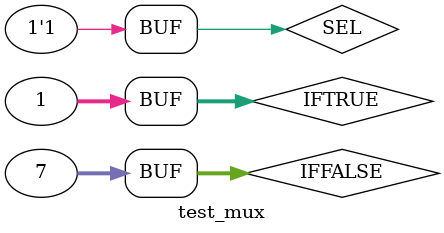
<source format=v>
`timescale 1ns / 1ps


module test_mux;

	// Inputs
	reg SEL;
	reg [31:0] IFTRUE;
	reg [31:0] IFFALSE;

	// Outputs
	wire [31:0] OUT;

	// Instantiate the Unit Under Test (UUT)
	THIRTY_TWO_BIT_TWO_TO_ONE_MUX uut (
		.SEL(SEL), 
		.IFTRUE(IFTRUE), 
		.IFFALSE(IFFALSE), 
		.OUT(OUT)
	);

	initial begin
		// Initialize Inputs
		SEL = 0;
		IFTRUE = 0;
		IFFALSE = 0;

		// Wait 100 ns for global reset to finish
		#100;		
		SEL <= 0;
		IFTRUE <= 4;
		IFFALSE <= 2;
		
		#100;		
		SEL <= 1;
		IFTRUE <= 3;
		IFFALSE <= 12;
		
		#100;		
		SEL <= 0;
		IFTRUE <= 3;
		IFFALSE <= 12;


		#100;		
		SEL <= 1;
		IFTRUE <= 4;
		IFFALSE <= 2;


		#100;		
		SEL <= 0;
		IFTRUE <= 555;
		IFFALSE <= 555;

		#100;		
		SEL <= 1;
		IFTRUE <= 1;
		IFFALSE <= 7;

        
		// Add stimulus here

	end
      
endmodule


</source>
